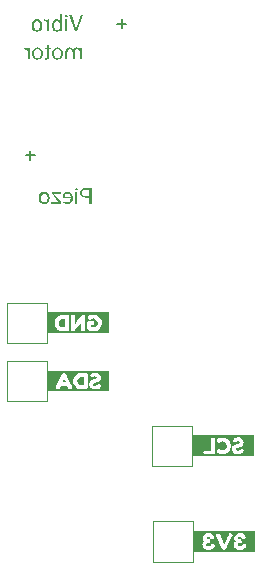
<source format=gbr>
%TF.GenerationSoftware,KiCad,Pcbnew,(5.99.0-11763-gc80efb0f98)*%
%TF.CreationDate,2021-08-20T23:21:00+03:00*%
%TF.ProjectId,mesp240_3Dpad,6d657370-3234-4305-9f33-447061642e6b,rev?*%
%TF.SameCoordinates,Original*%
%TF.FileFunction,Legend,Bot*%
%TF.FilePolarity,Positive*%
%FSLAX46Y46*%
G04 Gerber Fmt 4.6, Leading zero omitted, Abs format (unit mm)*
G04 Created by KiCad (PCBNEW (5.99.0-11763-gc80efb0f98)) date 2021-08-20 23:21:00*
%MOMM*%
%LPD*%
G01*
G04 APERTURE LIST*
%ADD10C,0.150000*%
%ADD11C,0.120000*%
%ADD12R,1.000000X1.000000*%
%ADD13O,1.000000X1.000000*%
%ADD14O,3.048000X1.850000*%
%ADD15C,2.200000*%
%ADD16C,1.800000*%
%ADD17R,1.700000X1.700000*%
%ADD18O,1.700000X1.700000*%
%ADD19R,3.000000X3.000000*%
G04 APERTURE END LIST*
D10*
X138440952Y-101551428D02*
X137679047Y-101551428D01*
X138060000Y-101932380D02*
X138060000Y-101170476D01*
X146190952Y-90421428D02*
X145429047Y-90421428D01*
X145810000Y-90802380D02*
X145810000Y-90040476D01*
D11*
%TO.C,TP1*%
X136080000Y-118970000D02*
X136080000Y-122370000D01*
X139480000Y-118970000D02*
X136080000Y-118970000D01*
X139480000Y-122370000D02*
X139480000Y-118970000D01*
X136080000Y-122370000D02*
X139480000Y-122370000D01*
%TO.C,svg2mod*%
G36*
X144693151Y-121557888D02*
G01*
X139566849Y-121557888D01*
X139566849Y-121242928D01*
X140213570Y-121242928D01*
X140241192Y-121308174D01*
X140324060Y-121366753D01*
X140425977Y-121399138D01*
X140486937Y-121381993D01*
X140521227Y-121345798D01*
X140550755Y-121288648D01*
X140649815Y-121082908D01*
X141177500Y-121082908D01*
X141276560Y-121288648D01*
X141306087Y-121343893D01*
X141340377Y-121379135D01*
X141401337Y-121397233D01*
X141503255Y-121364848D01*
X141586122Y-121307698D01*
X141613745Y-121242928D01*
X141581360Y-121145773D01*
X141352709Y-120672380D01*
X141689945Y-120672380D01*
X141702744Y-120812457D01*
X141741142Y-120942176D01*
X141805138Y-121061536D01*
X141894732Y-121170538D01*
X142002544Y-121261382D01*
X142121189Y-121326271D01*
X142250670Y-121365205D01*
X142390985Y-121378183D01*
X142739600Y-121378183D01*
X142833898Y-121366276D01*
X142884380Y-121330558D01*
X142907240Y-121208638D01*
X142907240Y-120934317D01*
X143031065Y-120934317D01*
X143043448Y-121050761D01*
X143080595Y-121152440D01*
X143137745Y-121236022D01*
X143210135Y-121298173D01*
X143315333Y-121354264D01*
X143425188Y-121387919D01*
X143539700Y-121399138D01*
X143626854Y-121393661D01*
X143709245Y-121377230D01*
X143838785Y-121322938D01*
X143924510Y-121262930D01*
X143979755Y-121204828D01*
X143996900Y-121183872D01*
X144046430Y-121074335D01*
X144025951Y-121017899D01*
X143964515Y-120945748D01*
X143863550Y-120900028D01*
X143799733Y-120923840D01*
X143714960Y-120995278D01*
X143638760Y-121057190D01*
X143547320Y-121086718D01*
X143448895Y-121070631D01*
X143389840Y-121022371D01*
X143370155Y-120941938D01*
X143418733Y-120868595D01*
X143539700Y-120825733D01*
X143614948Y-120808349D01*
X143695910Y-120782870D01*
X143776873Y-120750723D01*
X143852120Y-120713338D01*
X143918557Y-120661664D01*
X143973088Y-120586655D01*
X144009521Y-120491167D01*
X144021665Y-120378057D01*
X144007801Y-120271060D01*
X143966208Y-120173587D01*
X143896888Y-120085640D01*
X143803648Y-120016319D01*
X143690301Y-119974727D01*
X143556845Y-119960862D01*
X143447546Y-119968244D01*
X143348248Y-119990390D01*
X143217755Y-120050397D01*
X143170130Y-120086592D01*
X143111075Y-120179938D01*
X143156795Y-120284712D01*
X143222518Y-120356150D01*
X143290145Y-120379962D01*
X143389205Y-120341862D01*
X143411113Y-120322812D01*
X143440640Y-120298047D01*
X143542558Y-120273282D01*
X143645428Y-120302810D01*
X143686385Y-120384725D01*
X143637808Y-120469497D01*
X143516840Y-120513312D01*
X143441116Y-120527838D01*
X143358725Y-120548555D01*
X143276334Y-120574987D01*
X143200610Y-120606657D01*
X143134173Y-120653568D01*
X143079643Y-120725720D01*
X143043209Y-120820256D01*
X143031065Y-120934317D01*
X142907240Y-120934317D01*
X142907240Y-120149457D01*
X142904383Y-120082782D01*
X142886285Y-120033252D01*
X142835803Y-119994676D01*
X142737695Y-119981817D01*
X142385270Y-119983722D01*
X142251325Y-119996165D01*
X142125714Y-120033491D01*
X142008437Y-120095701D01*
X141899495Y-120182795D01*
X141807817Y-120288046D01*
X141742332Y-120404727D01*
X141703042Y-120532839D01*
X141689945Y-120672380D01*
X141352709Y-120672380D01*
X141067010Y-120080877D01*
X141003192Y-120010392D01*
X140912705Y-119983722D01*
X140823170Y-120008487D01*
X140760305Y-120082782D01*
X140245955Y-121145773D01*
X140213570Y-121242928D01*
X139566849Y-121242928D01*
X139566849Y-119802112D01*
X144693151Y-119802112D01*
X144693151Y-121557888D01*
G37*
G36*
X142570055Y-121040998D02*
G01*
X142385270Y-121040998D01*
X142254778Y-121015518D01*
X142137620Y-120939080D01*
X142054752Y-120824066D01*
X142027130Y-120682858D01*
X142054038Y-120541173D01*
X142134763Y-120424730D01*
X142251682Y-120346863D01*
X142387175Y-120320907D01*
X142570055Y-120320907D01*
X142570055Y-121040998D01*
G37*
G36*
X141040340Y-120800968D02*
G01*
X140786975Y-120800968D01*
X140914610Y-120539982D01*
X141040340Y-120800968D01*
G37*
G36*
X156983151Y-127047888D02*
G01*
X151856849Y-127047888D01*
X151856849Y-126728165D01*
X152706452Y-126728165D01*
X152715977Y-126809128D01*
X152748362Y-126851038D01*
X152847422Y-126870088D01*
X153533222Y-126870088D01*
X153638950Y-126851990D01*
X153689432Y-126797698D01*
X153700862Y-126700543D01*
X153700862Y-125695655D01*
X153824687Y-125695655D01*
X153864692Y-125801382D01*
X153935177Y-125878535D01*
X153998042Y-125904252D01*
X154095197Y-125862342D01*
X154188542Y-125813765D01*
X154308557Y-125797572D01*
X154431430Y-125819004D01*
X154552398Y-125883297D01*
X154647648Y-126001407D01*
X154676223Y-126082608D01*
X154685748Y-126173810D01*
X154676223Y-126265012D01*
X154647648Y-126346213D01*
X154550493Y-126466228D01*
X154431906Y-126529093D01*
X154308557Y-126550048D01*
X154197115Y-126534808D01*
X154121867Y-126504328D01*
X154087577Y-126479563D01*
X153996137Y-126441463D01*
X153934701Y-126468133D01*
X153868502Y-126548143D01*
X153826592Y-126654823D01*
X153852310Y-126721498D01*
X153912317Y-126769123D01*
X153978040Y-126809128D01*
X154106627Y-126858658D01*
X154202116Y-126881518D01*
X154294270Y-126889138D01*
X154385234Y-126883184D01*
X154477150Y-126865325D01*
X154570971Y-126833416D01*
X154667650Y-126785315D01*
X154760757Y-126722926D01*
X154843863Y-126648155D01*
X154915062Y-126555763D01*
X154972450Y-126440510D01*
X154977089Y-126424317D01*
X155118183Y-126424317D01*
X155130565Y-126540761D01*
X155167713Y-126642440D01*
X155224863Y-126726022D01*
X155297253Y-126788173D01*
X155402451Y-126844264D01*
X155512306Y-126877919D01*
X155626818Y-126889138D01*
X155713971Y-126883661D01*
X155796363Y-126867230D01*
X155925903Y-126812938D01*
X156011628Y-126752930D01*
X156066873Y-126694828D01*
X156084018Y-126673872D01*
X156133548Y-126564335D01*
X156113069Y-126507899D01*
X156051633Y-126435748D01*
X155950668Y-126390028D01*
X155886850Y-126413840D01*
X155802078Y-126485278D01*
X155725878Y-126547190D01*
X155634438Y-126576718D01*
X155536013Y-126560631D01*
X155476958Y-126512371D01*
X155457273Y-126431938D01*
X155505850Y-126358595D01*
X155626818Y-126315733D01*
X155702065Y-126298349D01*
X155783028Y-126272870D01*
X155863990Y-126240723D01*
X155939238Y-126203338D01*
X156005674Y-126151664D01*
X156060205Y-126076655D01*
X156096638Y-125981167D01*
X156108783Y-125868057D01*
X156094918Y-125761060D01*
X156053326Y-125663587D01*
X155984005Y-125575640D01*
X155890766Y-125506319D01*
X155777418Y-125464727D01*
X155643963Y-125450862D01*
X155534663Y-125458244D01*
X155435365Y-125480390D01*
X155304873Y-125540397D01*
X155257248Y-125576592D01*
X155198193Y-125669938D01*
X155243913Y-125774712D01*
X155309635Y-125846150D01*
X155377263Y-125869962D01*
X155476323Y-125831862D01*
X155498230Y-125812812D01*
X155527758Y-125788047D01*
X155629675Y-125763282D01*
X155732545Y-125792810D01*
X155773503Y-125874725D01*
X155724925Y-125959497D01*
X155603958Y-126003312D01*
X155528234Y-126017838D01*
X155445843Y-126038555D01*
X155363451Y-126064987D01*
X155287728Y-126096657D01*
X155221291Y-126143568D01*
X155166760Y-126215720D01*
X155130327Y-126310256D01*
X155118183Y-126424317D01*
X154977089Y-126424317D01*
X155010312Y-126308351D01*
X155022933Y-126165237D01*
X155010550Y-126023553D01*
X154973403Y-125895680D01*
X154916967Y-125785190D01*
X154846720Y-125695655D01*
X154764091Y-125623027D01*
X154670508Y-125563257D01*
X154545836Y-125506107D01*
X154420741Y-125471817D01*
X154295222Y-125460387D01*
X154204973Y-125467293D01*
X154113295Y-125488010D01*
X153973277Y-125544207D01*
X153927557Y-125570877D01*
X153874217Y-125605167D01*
X153824687Y-125695655D01*
X153700862Y-125695655D01*
X153700862Y-125641362D01*
X153698005Y-125575640D01*
X153679907Y-125525157D01*
X153629425Y-125486581D01*
X153531317Y-125473722D01*
X153425114Y-125491344D01*
X153373202Y-125544207D01*
X153363677Y-125643267D01*
X153363677Y-126588148D01*
X152845517Y-126588148D01*
X152754077Y-126602435D01*
X152715977Y-126647203D01*
X152706452Y-126728165D01*
X151856849Y-126728165D01*
X151856849Y-125292112D01*
X156983151Y-125292112D01*
X156983151Y-127047888D01*
G37*
%TO.C,TP2*%
X148380000Y-127870000D02*
X151780000Y-127870000D01*
X151780000Y-124470000D02*
X148380000Y-124470000D01*
X151780000Y-127870000D02*
X151780000Y-124470000D01*
X148380000Y-124470000D02*
X148380000Y-127870000D01*
%TO.C,TP3*%
X151850000Y-132570000D02*
X148450000Y-132570000D01*
X148450000Y-135970000D02*
X151850000Y-135970000D01*
X148450000Y-132570000D02*
X148450000Y-135970000D01*
X151850000Y-135970000D02*
X151850000Y-132570000D01*
%TO.C,svg2mod*%
G36*
X151906849Y-133390207D02*
G01*
X157033151Y-133390207D01*
X157033151Y-135149793D01*
X151906849Y-135149793D01*
X151906849Y-134522412D01*
X152613577Y-134522412D01*
X152630511Y-134650365D01*
X152681311Y-134762443D01*
X152765977Y-134858645D01*
X152876256Y-134932199D01*
X153003891Y-134976332D01*
X153148882Y-134991043D01*
X153292816Y-134976226D01*
X153419816Y-134931776D01*
X153529882Y-134857693D01*
X153583699Y-134798161D01*
X153630847Y-134722438D01*
X153651802Y-134672908D01*
X153655612Y-134653858D01*
X153676567Y-134550988D01*
X153629895Y-134468120D01*
X153489877Y-134440498D01*
X153388912Y-134459548D01*
X153331762Y-134558608D01*
X153226987Y-134650048D01*
X153146977Y-134661478D01*
X153059347Y-134651238D01*
X152998387Y-134620520D01*
X152950762Y-134528128D01*
X152997435Y-134437640D01*
X153107925Y-134398588D01*
X153194602Y-134394778D01*
X153244132Y-134375728D01*
X153282709Y-134326674D01*
X153295567Y-134229042D01*
X153277946Y-134122839D01*
X153225082Y-134070927D01*
X153126022Y-134061402D01*
X153017437Y-134042829D01*
X152981242Y-133987107D01*
X153019342Y-133910907D01*
X153125070Y-133874712D01*
X153232702Y-133897572D01*
X153282232Y-133943292D01*
X153293662Y-133966152D01*
X153347002Y-134037590D01*
X153419392Y-134061402D01*
X153524167Y-134027112D01*
X153595605Y-133967581D01*
X153619417Y-133899477D01*
X153575602Y-133769938D01*
X153535687Y-133712787D01*
X153752767Y-133712787D01*
X153781342Y-133804227D01*
X154307122Y-134871028D01*
X154370940Y-134938655D01*
X154459522Y-134964373D01*
X154478573Y-134964373D01*
X154569060Y-134938655D01*
X154632878Y-134871028D01*
X154804696Y-134522412D01*
X155263433Y-134522412D01*
X155280366Y-134650365D01*
X155331166Y-134762443D01*
X155415833Y-134858645D01*
X155526111Y-134932199D01*
X155653746Y-134976332D01*
X155798738Y-134991043D01*
X155942671Y-134976226D01*
X156069671Y-134931776D01*
X156179738Y-134857693D01*
X156233554Y-134798161D01*
X156280703Y-134722438D01*
X156301658Y-134672908D01*
X156305468Y-134653858D01*
X156326423Y-134550988D01*
X156279750Y-134468120D01*
X156139733Y-134440498D01*
X156038768Y-134459548D01*
X155981618Y-134558608D01*
X155876843Y-134650048D01*
X155796833Y-134661478D01*
X155709203Y-134651238D01*
X155648243Y-134620520D01*
X155600618Y-134528128D01*
X155647290Y-134437640D01*
X155757780Y-134398588D01*
X155844458Y-134394778D01*
X155893988Y-134375728D01*
X155932564Y-134326674D01*
X155945423Y-134229042D01*
X155927801Y-134122839D01*
X155874938Y-134070927D01*
X155775878Y-134061402D01*
X155667293Y-134042829D01*
X155631098Y-133987107D01*
X155669198Y-133910907D01*
X155774925Y-133874712D01*
X155882558Y-133897572D01*
X155932088Y-133943292D01*
X155943518Y-133966152D01*
X155996858Y-134037590D01*
X156069248Y-134061402D01*
X156174023Y-134027112D01*
X156245460Y-133967581D01*
X156269273Y-133899477D01*
X156225458Y-133769938D01*
X156183548Y-133709930D01*
X156104490Y-133634682D01*
X155978760Y-133575627D01*
X155893273Y-133555625D01*
X155798738Y-133548957D01*
X155653534Y-133563774D01*
X155530344Y-133608224D01*
X155429168Y-133682307D01*
X155354026Y-133774912D01*
X155308941Y-133874924D01*
X155293913Y-133982345D01*
X155310423Y-134083204D01*
X155359953Y-134163532D01*
X155442503Y-134223327D01*
X155442503Y-134236662D01*
X155386305Y-134277620D01*
X155326298Y-134339533D01*
X155279149Y-134425258D01*
X155263433Y-134522412D01*
X154804696Y-134522412D01*
X155158658Y-133804227D01*
X155187233Y-133712787D01*
X155159134Y-133648970D01*
X155074838Y-133590867D01*
X154978635Y-133558482D01*
X154928153Y-133566102D01*
X154895768Y-133592772D01*
X154864335Y-133643255D01*
X154838856Y-133696595D01*
X154790993Y-133801370D01*
X154729794Y-133935911D01*
X154664310Y-134078547D01*
X154598588Y-134221184D01*
X154536675Y-134355725D01*
X154489764Y-134457404D01*
X154469047Y-134501458D01*
X154088047Y-133667067D01*
X154061377Y-133609917D01*
X153977557Y-133558482D01*
X153865162Y-133590867D01*
X153780866Y-133648970D01*
X153752767Y-133712787D01*
X153535687Y-133712787D01*
X153533692Y-133709930D01*
X153454635Y-133634682D01*
X153328905Y-133575627D01*
X153243418Y-133555625D01*
X153148882Y-133548957D01*
X153003679Y-133563774D01*
X152880489Y-133608224D01*
X152779312Y-133682307D01*
X152704171Y-133774912D01*
X152659086Y-133874924D01*
X152644057Y-133982345D01*
X152660567Y-134083204D01*
X152710097Y-134163532D01*
X152792647Y-134223327D01*
X152792647Y-134236662D01*
X152736450Y-134277620D01*
X152676442Y-134339533D01*
X152629294Y-134425258D01*
X152613577Y-134522412D01*
X151906849Y-134522412D01*
X151906849Y-133390207D01*
G37*
G36*
X140624209Y-104813035D02*
G01*
X140077266Y-104813035D01*
X140632581Y-105550664D01*
X140632581Y-105677168D01*
X139833560Y-105677168D01*
X139833560Y-105536711D01*
X140422361Y-105536711D01*
X139861465Y-104792571D01*
X139861465Y-104670718D01*
X140624209Y-104670718D01*
X140624209Y-104813035D01*
G37*
G36*
X142029240Y-104333064D02*
G01*
X142054819Y-104403757D01*
X142029240Y-104473521D01*
X141953430Y-104501426D01*
X141877156Y-104473521D01*
X141851111Y-104403757D01*
X141877156Y-104333064D01*
X141953430Y-104304229D01*
X142029240Y-104333064D01*
G37*
G36*
X142040867Y-105677168D02*
G01*
X141868784Y-105677168D01*
X141868784Y-104670718D01*
X142040867Y-104670718D01*
X142040867Y-105677168D01*
G37*
G36*
X139354635Y-104668160D02*
G01*
X139465675Y-104716296D01*
X139557995Y-104793966D01*
X139627526Y-104898611D01*
X139671128Y-105024185D01*
X139685662Y-105164641D01*
X139685662Y-105176733D01*
X139671554Y-105322771D01*
X139629231Y-105448345D01*
X139558693Y-105553455D01*
X139465417Y-105632520D01*
X139354881Y-105679958D01*
X139227085Y-105695771D01*
X139099070Y-105679493D01*
X138986635Y-105630659D01*
X138894082Y-105552641D01*
X138825714Y-105448810D01*
X138783507Y-105324515D01*
X138769438Y-105185105D01*
X138769438Y-105173013D01*
X138770241Y-105164641D01*
X138941521Y-105164641D01*
X138960822Y-105329166D01*
X139018726Y-105452531D01*
X139109418Y-105529619D01*
X139227085Y-105555315D01*
X139344171Y-105529968D01*
X139434979Y-105453926D01*
X139493232Y-105336026D01*
X139512649Y-105185105D01*
X139493115Y-105018138D01*
X139434514Y-104894890D01*
X139344055Y-104818848D01*
X139228945Y-104793501D01*
X139111627Y-104819197D01*
X139020121Y-104896285D01*
X138961171Y-105014767D01*
X138941521Y-105164641D01*
X138770241Y-105164641D01*
X138783546Y-105025942D01*
X138825869Y-104899748D01*
X138896407Y-104794431D01*
X138989787Y-104715366D01*
X139100633Y-104667927D01*
X139228945Y-104652114D01*
X139354635Y-104668160D01*
G37*
G36*
X140795361Y-105003411D02*
G01*
X140831638Y-104880007D01*
X140892100Y-104781409D01*
X140974368Y-104709578D01*
X141076068Y-104666480D01*
X141197197Y-104652114D01*
X141312888Y-104668741D01*
X141419974Y-104718622D01*
X141511364Y-104797919D01*
X141579965Y-104902797D01*
X141622869Y-105028487D01*
X141637170Y-105170222D01*
X141637170Y-105201848D01*
X141622908Y-105341840D01*
X141580120Y-105461677D01*
X141508806Y-105561361D01*
X141414755Y-105636034D01*
X141303754Y-105680837D01*
X141175803Y-105695771D01*
X141057206Y-105683621D01*
X140954421Y-105647170D01*
X140867450Y-105586418D01*
X140796292Y-105501365D01*
X140901401Y-105419509D01*
X141012092Y-105518108D01*
X141082321Y-105546013D01*
X141166501Y-105555315D01*
X141283587Y-105532409D01*
X141378116Y-105463693D01*
X141441485Y-105357769D01*
X141465088Y-105223242D01*
X140783269Y-105223242D01*
X140783269Y-105151619D01*
X140790023Y-105068833D01*
X140955352Y-105068833D01*
X140955352Y-105081855D01*
X141459507Y-105081855D01*
X141429276Y-104960351D01*
X141372070Y-104869310D01*
X141293005Y-104812453D01*
X141197197Y-104793501D01*
X141100459Y-104811523D01*
X141026045Y-104865590D01*
X140976746Y-104952445D01*
X140955352Y-105068833D01*
X140790023Y-105068833D01*
X140795361Y-105003411D01*
G37*
G36*
X143230562Y-105677168D02*
G01*
X143051968Y-105677168D01*
X143051968Y-105146968D01*
X142732917Y-105146968D01*
X142591582Y-105135134D01*
X142473915Y-105099632D01*
X142379916Y-105040463D01*
X142311444Y-104959382D01*
X142270362Y-104858148D01*
X142256877Y-104738621D01*
X142435261Y-104738621D01*
X142454330Y-104851056D01*
X142511536Y-104933492D01*
X142604553Y-104984071D01*
X142731057Y-105000930D01*
X143051968Y-105000930D01*
X143051968Y-104469800D01*
X142720825Y-104469800D01*
X142601995Y-104490031D01*
X142511536Y-104545144D01*
X142454330Y-104629790D01*
X142435261Y-104738621D01*
X142256877Y-104738621D01*
X142256667Y-104736760D01*
X142270672Y-104620282D01*
X142312685Y-104520133D01*
X142382706Y-104436313D01*
X142477429Y-104373268D01*
X142593546Y-104335441D01*
X142731057Y-104322832D01*
X143230562Y-104322832D01*
X143230562Y-105677168D01*
G37*
G36*
X141001290Y-116121950D02*
G01*
X140816505Y-116121950D01*
X140686012Y-116096471D01*
X140568855Y-116020033D01*
X140485987Y-115905018D01*
X140458365Y-115763810D01*
X140485273Y-115622126D01*
X140565997Y-115505683D01*
X140682917Y-115427816D01*
X140818410Y-115401860D01*
X141001290Y-115401860D01*
X141001290Y-116121950D01*
G37*
G36*
X139546849Y-114881160D02*
G01*
X144673151Y-114881160D01*
X144673151Y-116638840D01*
X139546849Y-116638840D01*
X139546849Y-115753332D01*
X140121180Y-115753332D01*
X140133979Y-115893410D01*
X140172377Y-116023128D01*
X140236373Y-116142488D01*
X140325967Y-116251490D01*
X140433779Y-116342335D01*
X140552424Y-116407224D01*
X140681905Y-116446157D01*
X140822220Y-116459135D01*
X141170835Y-116459135D01*
X141265132Y-116447229D01*
X141315615Y-116411510D01*
X141338475Y-116289590D01*
X141338475Y-115236125D01*
X141490875Y-115236125D01*
X141490875Y-116293400D01*
X141493732Y-116360075D01*
X141511830Y-116409605D01*
X141562312Y-116448181D01*
X141660420Y-116461040D01*
X141763290Y-116449610D01*
X141810915Y-116413415D01*
X141945641Y-116233922D01*
X142064068Y-116076442D01*
X142166198Y-115940975D01*
X142252028Y-115827522D01*
X142321561Y-115736082D01*
X142374795Y-115666655D01*
X142374795Y-116293400D01*
X142377653Y-116360075D01*
X142395750Y-116409605D01*
X142446233Y-116448181D01*
X142544340Y-116461040D01*
X142639590Y-116448181D01*
X142689120Y-116409605D01*
X142707218Y-116358170D01*
X142710075Y-116291495D01*
X142710075Y-115779050D01*
X142862475Y-115779050D01*
X142862475Y-116198150D01*
X142915815Y-116314355D01*
X143005826Y-116386864D01*
X143115840Y-116438656D01*
X143245856Y-116469732D01*
X143395875Y-116480090D01*
X143533154Y-116466695D01*
X143661146Y-116426512D01*
X143779852Y-116359539D01*
X143889270Y-116265778D01*
X143980948Y-116153085D01*
X144046433Y-116029319D01*
X144085723Y-115894481D01*
X144098820Y-115748570D01*
X144085485Y-115603373D01*
X144045480Y-115470678D01*
X143978805Y-115350485D01*
X143885460Y-115242792D01*
X143774018Y-115154031D01*
X143653050Y-115090631D01*
X143522558Y-115052590D01*
X143382540Y-115039910D01*
X143235432Y-115056420D01*
X143093827Y-115105950D01*
X142957725Y-115188500D01*
X142906290Y-115273272D01*
X142950105Y-115380905D01*
X143021066Y-115456629D01*
X143085360Y-115481870D01*
X143201565Y-115429482D01*
X143289195Y-115390192D01*
X143392065Y-115377095D01*
X143528749Y-115402574D01*
X143649240Y-115479012D01*
X143733536Y-115596646D01*
X143761635Y-115745712D01*
X143748935Y-115850064D01*
X143710835Y-115943409D01*
X143647335Y-116025748D01*
X143525415Y-116112187D01*
X143388255Y-116141000D01*
X143288719Y-116132428D01*
X143199660Y-116106710D01*
X143199660Y-115899065D01*
X143350155Y-115899065D01*
X143433975Y-115883825D01*
X143466360Y-115839058D01*
X143473980Y-115759047D01*
X143465408Y-115678085D01*
X143433975Y-115636175D01*
X143342535Y-115619030D01*
X143007255Y-115619030D01*
X142881525Y-115672370D01*
X142862475Y-115779050D01*
X142710075Y-115779050D01*
X142710075Y-115228505D01*
X142691978Y-115122777D01*
X142637685Y-115078010D01*
X142544340Y-115066580D01*
X142453853Y-115077057D01*
X142407180Y-115100870D01*
X142363365Y-115150400D01*
X142236788Y-115322326D01*
X142125028Y-115473615D01*
X142028085Y-115604266D01*
X141945958Y-115714280D01*
X141878648Y-115803656D01*
X141826155Y-115872395D01*
X141826155Y-115228505D01*
X141808057Y-115122777D01*
X141753765Y-115078010D01*
X141663277Y-115066580D01*
X141575647Y-115076105D01*
X141526117Y-115098965D01*
X141502305Y-115138970D01*
X141490875Y-115236125D01*
X141338475Y-115236125D01*
X141338475Y-115230410D01*
X141335617Y-115163735D01*
X141317520Y-115114205D01*
X141267037Y-115075629D01*
X141168930Y-115062770D01*
X140816505Y-115064675D01*
X140682560Y-115077117D01*
X140556949Y-115114443D01*
X140439672Y-115176653D01*
X140330730Y-115263747D01*
X140239052Y-115368999D01*
X140173567Y-115485680D01*
X140134277Y-115613791D01*
X140121180Y-115753332D01*
X139546849Y-115753332D01*
X139546849Y-114881160D01*
G37*
G36*
X138778840Y-92454094D02*
G01*
X138889072Y-92501881D01*
X138980721Y-92578986D01*
X139049746Y-92682870D01*
X139093031Y-92807530D01*
X139107459Y-92946966D01*
X139107459Y-92958970D01*
X139093454Y-93103946D01*
X139051439Y-93228606D01*
X138981413Y-93332952D01*
X138888815Y-93411442D01*
X138779083Y-93458536D01*
X138652217Y-93474234D01*
X138525132Y-93458074D01*
X138413514Y-93409595D01*
X138321635Y-93332144D01*
X138253764Y-93229068D01*
X138211864Y-93105677D01*
X138197898Y-92967281D01*
X138197898Y-92955276D01*
X138198695Y-92946966D01*
X138368729Y-92946966D01*
X138387890Y-93110294D01*
X138445372Y-93232762D01*
X138535405Y-93309290D01*
X138652217Y-93334799D01*
X138768451Y-93309636D01*
X138858599Y-93234147D01*
X138916428Y-93117104D01*
X138935704Y-92967281D01*
X138916313Y-92801528D01*
X138858138Y-92679176D01*
X138768336Y-92603687D01*
X138654063Y-92578524D01*
X138537598Y-92604033D01*
X138446757Y-92680561D01*
X138388236Y-92798181D01*
X138368729Y-92946966D01*
X138198695Y-92946966D01*
X138211903Y-92809275D01*
X138253918Y-92683998D01*
X138323943Y-92579447D01*
X138416644Y-92500957D01*
X138526684Y-92453863D01*
X138654063Y-92438165D01*
X138778840Y-92454094D01*
G37*
G36*
X137713106Y-92471639D02*
G01*
X137814681Y-92572060D01*
X137817452Y-92456634D01*
X137983666Y-92456634D01*
X137983666Y-93455766D01*
X137812835Y-93455766D01*
X137812835Y-92746585D01*
X137760816Y-92667069D01*
X137684788Y-92619359D01*
X137584752Y-92603456D01*
X137500721Y-92609920D01*
X137500721Y-92451093D01*
X137576441Y-92438165D01*
X137713106Y-92471639D01*
G37*
G36*
X141188197Y-91074516D02*
G01*
X141016115Y-91074516D01*
X141016115Y-90068066D01*
X141188197Y-90068066D01*
X141188197Y-91074516D01*
G37*
G36*
X140475148Y-92454094D02*
G01*
X140585381Y-92501881D01*
X140677029Y-92578986D01*
X140746054Y-92682870D01*
X140789339Y-92807530D01*
X140803768Y-92946966D01*
X140803768Y-92958970D01*
X140789763Y-93103946D01*
X140747747Y-93228606D01*
X140677722Y-93332952D01*
X140585124Y-93411442D01*
X140475392Y-93458536D01*
X140348525Y-93474234D01*
X140221441Y-93458074D01*
X140109823Y-93409595D01*
X140017944Y-93332144D01*
X139950073Y-93229068D01*
X139908173Y-93105677D01*
X139894206Y-92967281D01*
X139894206Y-92955276D01*
X139895003Y-92946966D01*
X140065038Y-92946966D01*
X140084199Y-93110294D01*
X140141681Y-93232762D01*
X140231714Y-93309290D01*
X140348525Y-93334799D01*
X140464760Y-93309636D01*
X140554908Y-93234147D01*
X140612737Y-93117104D01*
X140632013Y-92967281D01*
X140612621Y-92801528D01*
X140554446Y-92679176D01*
X140464644Y-92603687D01*
X140350372Y-92578524D01*
X140233907Y-92604033D01*
X140143066Y-92680561D01*
X140084545Y-92798181D01*
X140065038Y-92946966D01*
X139895003Y-92946966D01*
X139908212Y-92809275D01*
X139950227Y-92683998D01*
X140020252Y-92579447D01*
X140112953Y-92500957D01*
X140222993Y-92453863D01*
X140350372Y-92438165D01*
X140475148Y-92454094D01*
G37*
G36*
X139900369Y-90418329D02*
G01*
X139935250Y-90291825D01*
X139993386Y-90188058D01*
X140071883Y-90111060D01*
X140167846Y-90064862D01*
X140281276Y-90049462D01*
X140394654Y-90063828D01*
X140490462Y-90106926D01*
X140568700Y-90178757D01*
X140568700Y-89645766D01*
X140740783Y-89645766D01*
X140740783Y-91074516D01*
X140582653Y-91074516D01*
X140574281Y-90958244D01*
X140495216Y-91033175D01*
X140396928Y-91078133D01*
X140279416Y-91093119D01*
X140168415Y-91077565D01*
X140073537Y-91030901D01*
X139994782Y-90953128D01*
X139935871Y-90849723D01*
X139900524Y-90726165D01*
X139888742Y-90582453D01*
X139888742Y-90567570D01*
X139889104Y-90562919D01*
X140060824Y-90562919D01*
X140078032Y-90731281D01*
X140129657Y-90851274D01*
X140212210Y-90923130D01*
X140322204Y-90947082D01*
X140424006Y-90929512D01*
X140506172Y-90876802D01*
X140568700Y-90788952D01*
X140568700Y-90353630D01*
X140508445Y-90265780D01*
X140426900Y-90213070D01*
X140324064Y-90195500D01*
X140211513Y-90219452D01*
X140128727Y-90291308D01*
X140077800Y-90407115D01*
X140060824Y-90562919D01*
X139889104Y-90562919D01*
X139900369Y-90418329D01*
G37*
G36*
X141176570Y-89730412D02*
G01*
X141202150Y-89801105D01*
X141176570Y-89870868D01*
X141100761Y-89898774D01*
X141024486Y-89870868D01*
X140998441Y-89801105D01*
X141024486Y-89730412D01*
X141100761Y-89701576D01*
X141176570Y-89730412D01*
G37*
G36*
X141939779Y-90837321D02*
G01*
X142324872Y-89720180D01*
X142519279Y-89720180D01*
X142017914Y-91074516D01*
X141859784Y-91074516D01*
X141357489Y-89720180D01*
X141552826Y-89720180D01*
X141939779Y-90837321D01*
G37*
G36*
X139619029Y-92456634D02*
G01*
X139800942Y-92456634D01*
X139800942Y-92588682D01*
X139619029Y-92588682D01*
X139619029Y-93208291D01*
X139604486Y-93321179D01*
X139560855Y-93404978D01*
X139488597Y-93456920D01*
X139388176Y-93474234D01*
X139257052Y-93455766D01*
X139257052Y-93317254D01*
X139338312Y-93328335D01*
X139423266Y-93298324D01*
X139448198Y-93208291D01*
X139448198Y-92588682D01*
X139261669Y-92588682D01*
X139261669Y-92456634D01*
X139448198Y-92456634D01*
X139448198Y-92214699D01*
X139619029Y-92214699D01*
X139619029Y-92456634D01*
G37*
G36*
X138741951Y-90065508D02*
G01*
X138852991Y-90113644D01*
X138945311Y-90191314D01*
X139014842Y-90295959D01*
X139058444Y-90421532D01*
X139072978Y-90561989D01*
X139072978Y-90574081D01*
X139058870Y-90720119D01*
X139016547Y-90845693D01*
X138946009Y-90950802D01*
X138852733Y-91029867D01*
X138742197Y-91077306D01*
X138614401Y-91093119D01*
X138486385Y-91076841D01*
X138373950Y-91028007D01*
X138281398Y-90949989D01*
X138213030Y-90846158D01*
X138170823Y-90721863D01*
X138156754Y-90582453D01*
X138156754Y-90570361D01*
X138157557Y-90561989D01*
X138328837Y-90561989D01*
X138348138Y-90726514D01*
X138406041Y-90849878D01*
X138496734Y-90926967D01*
X138614401Y-90952663D01*
X138731487Y-90927316D01*
X138822295Y-90851274D01*
X138880547Y-90733374D01*
X138899965Y-90582453D01*
X138880431Y-90415486D01*
X138821830Y-90292238D01*
X138731370Y-90216196D01*
X138616261Y-90190849D01*
X138498943Y-90216545D01*
X138407437Y-90293633D01*
X138348487Y-90412114D01*
X138328837Y-90561989D01*
X138157557Y-90561989D01*
X138170862Y-90423289D01*
X138213185Y-90297096D01*
X138283723Y-90191779D01*
X138377103Y-90112714D01*
X138487949Y-90065275D01*
X138616261Y-90049462D01*
X138741951Y-90065508D01*
G37*
G36*
X139399469Y-90083181D02*
G01*
X139501789Y-90184338D01*
X139504579Y-90068066D01*
X139672011Y-90068066D01*
X139672011Y-91074516D01*
X139499928Y-91074516D01*
X139499928Y-90360141D01*
X139447528Y-90280042D01*
X139370944Y-90231983D01*
X139270175Y-90215964D01*
X139185529Y-90222475D01*
X139185529Y-90062485D01*
X139261803Y-90049462D01*
X139399469Y-90083181D01*
G37*
G36*
X142070177Y-92452529D02*
G01*
X142168982Y-92495622D01*
X142250755Y-92567443D01*
X142255372Y-92456634D01*
X142416969Y-92456634D01*
X142416969Y-93455766D01*
X142246138Y-93455766D01*
X142246138Y-92726270D01*
X142193093Y-92646754D01*
X142116450Y-92599044D01*
X142016208Y-92583141D01*
X141897704Y-92607355D01*
X141826601Y-92679997D01*
X141802900Y-92801066D01*
X141802900Y-93455766D01*
X141631145Y-93455766D01*
X141631145Y-92792756D01*
X141607829Y-92706532D01*
X141558196Y-92639931D01*
X141487324Y-92597339D01*
X141400292Y-92583141D01*
X141301487Y-92596415D01*
X141235925Y-92636237D01*
X141199219Y-92702838D01*
X141186984Y-92796449D01*
X141186984Y-93455766D01*
X141016153Y-93455766D01*
X141016153Y-92786292D01*
X141031297Y-92660966D01*
X141072296Y-92563491D01*
X141139151Y-92493866D01*
X141231862Y-92452090D01*
X141350428Y-92438165D01*
X141452119Y-92449246D01*
X141539266Y-92482489D01*
X141611638Y-92533738D01*
X141669005Y-92598839D01*
X141734362Y-92509576D01*
X141829474Y-92456018D01*
X141954340Y-92438165D01*
X142070177Y-92452529D01*
G37*
%TO.C,TP4*%
X136070000Y-117490000D02*
X139470000Y-117490000D01*
X139470000Y-114090000D02*
X136070000Y-114090000D01*
X139470000Y-117490000D02*
X139470000Y-114090000D01*
X136070000Y-114090000D02*
X136070000Y-117490000D01*
%TD*%
%LPC*%
D12*
%TO.C,J1*%
X129540000Y-88900000D03*
D13*
X129540000Y-90170000D03*
X129540000Y-91440000D03*
X129540000Y-92710000D03*
X129540000Y-93980000D03*
X129540000Y-95250000D03*
X129540000Y-96520000D03*
X129540000Y-97790000D03*
X129540000Y-99060000D03*
X129540000Y-100330000D03*
X129540000Y-101600000D03*
X129540000Y-102870000D03*
X129540000Y-104140000D03*
X129540000Y-105410000D03*
X129540000Y-106680000D03*
X129540000Y-107950000D03*
%TD*%
D12*
%TO.C,J2*%
X152400000Y-88900000D03*
D13*
X152400000Y-90170000D03*
X152400000Y-91440000D03*
X152400000Y-92710000D03*
X152400000Y-93980000D03*
X152400000Y-95250000D03*
X152400000Y-96520000D03*
X152400000Y-97790000D03*
X152400000Y-99060000D03*
X152400000Y-100330000D03*
X152400000Y-101600000D03*
X152400000Y-102870000D03*
X152400000Y-104140000D03*
X152400000Y-105410000D03*
X152400000Y-106680000D03*
X152400000Y-107950000D03*
X152400000Y-109220000D03*
X152400000Y-110490000D03*
X152400000Y-111760000D03*
X152400000Y-113030000D03*
X152400000Y-114300000D03*
X152400000Y-115570000D03*
X152400000Y-116840000D03*
X152400000Y-118110000D03*
%TD*%
D14*
%TO.C,SW1*%
X87177900Y-116843000D03*
X99677900Y-116843000D03*
X87177900Y-121843000D03*
X99677900Y-121843000D03*
%TD*%
%TO.C,SW2*%
X86977900Y-104143000D03*
X74477900Y-104143000D03*
X74477900Y-109143000D03*
X86977900Y-109143000D03*
%TD*%
%TO.C,SW3*%
X99877900Y-104143000D03*
X112377900Y-104143000D03*
X112377900Y-109143000D03*
X99877900Y-109143000D03*
%TD*%
%TO.C,SW4*%
X99677900Y-91442500D03*
X87177900Y-91442500D03*
X99677900Y-96442500D03*
X87177900Y-96442500D03*
%TD*%
%TO.C,SW5*%
X208748000Y-104496000D03*
X196248000Y-104496000D03*
X196248000Y-109496000D03*
X208748000Y-109496000D03*
%TD*%
%TO.C,SW6*%
X183348000Y-104496000D03*
X170848000Y-104496000D03*
X170848000Y-109496000D03*
X183348000Y-109496000D03*
%TD*%
%TO.C,SW7*%
X183548000Y-91795600D03*
X196048000Y-91795600D03*
X196048000Y-96795600D03*
X183548000Y-96795600D03*
%TD*%
%TO.C,SW8*%
X183548000Y-117196000D03*
X196048000Y-117196000D03*
X196048000Y-122196000D03*
X183548000Y-122196000D03*
%TD*%
D15*
%TO.C,JS1*%
X104730000Y-145390000D03*
X120230000Y-145390000D03*
X104730000Y-132090000D03*
X120230000Y-132090000D03*
D16*
X109980000Y-128990000D03*
X112480000Y-128990000D03*
X114980000Y-128990000D03*
X122230000Y-136240000D03*
X122230000Y-138740000D03*
X122230000Y-141240000D03*
%TD*%
D17*
%TO.C,J4*%
X144030000Y-90360000D03*
D18*
X144030000Y-92900000D03*
%TD*%
D17*
%TO.C,J3*%
X138040000Y-103140000D03*
D18*
X143120000Y-103140000D03*
%TD*%
D15*
%TO.C,JS2*%
X162430000Y-145350000D03*
X177930000Y-145350000D03*
X177930000Y-132050000D03*
X162430000Y-132050000D03*
D16*
X167680000Y-128950000D03*
X170180000Y-128950000D03*
X172680000Y-128950000D03*
X179930000Y-136200000D03*
X179930000Y-138700000D03*
X179930000Y-141200000D03*
%TD*%
D19*
%TO.C,TP1*%
X137780000Y-120670000D03*
%TD*%
%TO.C,TP2*%
X150080000Y-126170000D03*
%TD*%
%TO.C,TP3*%
X150150000Y-134270000D03*
%TD*%
%TO.C,TP4*%
X137770000Y-115790000D03*
%TD*%
M02*

</source>
